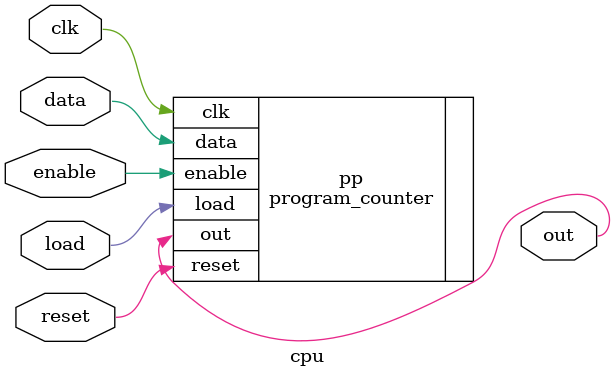
<source format=v>
module cpu (
	clk,
	out,
	data,
	load,
	enable,
	reset
);

output out;
input  data;
input load;
input enable;
input clk;
input reset;

program_counter pp(
	.clk(clk),
	.out(out),
	.data(data),
	.load(load),
	.enable(enable),
	.reset(reset)
);



endmodule

</source>
